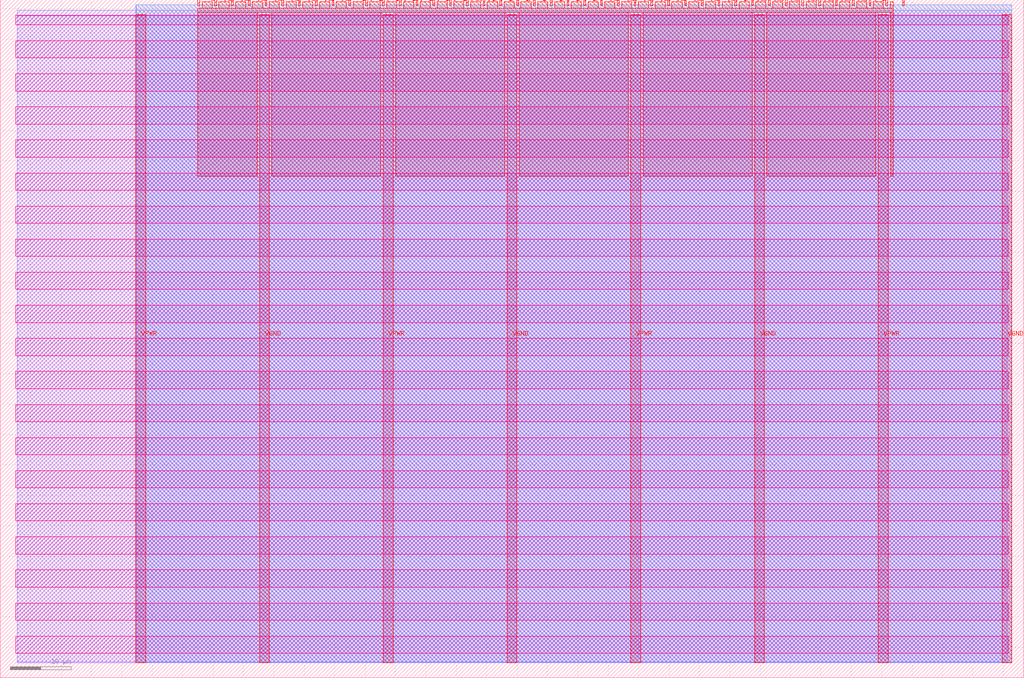
<source format=lef>
VERSION 5.7 ;
  NOWIREEXTENSIONATPIN ON ;
  DIVIDERCHAR "/" ;
  BUSBITCHARS "[]" ;
MACRO tt_um_hadirkhan10_lif_neuron
  CLASS BLOCK ;
  FOREIGN tt_um_hadirkhan10_lif_neuron ;
  ORIGIN 0.000 0.000 ;
  SIZE 168.360 BY 111.520 ;
  PIN VGND
    DIRECTION INOUT ;
    USE GROUND ;
    PORT
      LAYER met4 ;
        RECT 42.670 2.480 44.270 109.040 ;
    END
    PORT
      LAYER met4 ;
        RECT 83.380 2.480 84.980 109.040 ;
    END
    PORT
      LAYER met4 ;
        RECT 124.090 2.480 125.690 109.040 ;
    END
    PORT
      LAYER met4 ;
        RECT 164.800 2.480 166.400 109.040 ;
    END
  END VGND
  PIN VPWR
    DIRECTION INOUT ;
    USE POWER ;
    PORT
      LAYER met4 ;
        RECT 22.315 2.480 23.915 109.040 ;
    END
    PORT
      LAYER met4 ;
        RECT 63.025 2.480 64.625 109.040 ;
    END
    PORT
      LAYER met4 ;
        RECT 103.735 2.480 105.335 109.040 ;
    END
    PORT
      LAYER met4 ;
        RECT 144.445 2.480 146.045 109.040 ;
    END
  END VPWR
  PIN clk
    DIRECTION INPUT ;
    USE SIGNAL ;
    ANTENNAGATEAREA 0.852000 ;
    PORT
      LAYER met4 ;
        RECT 145.670 110.520 145.970 111.520 ;
    END
  END clk
  PIN ena
    DIRECTION INPUT ;
    USE SIGNAL ;
    PORT
      LAYER met4 ;
        RECT 148.430 110.520 148.730 111.520 ;
    END
  END ena
  PIN rst_n
    DIRECTION INPUT ;
    USE SIGNAL ;
    ANTENNAGATEAREA 0.213000 ;
    PORT
      LAYER met4 ;
        RECT 142.910 110.520 143.210 111.520 ;
    END
  END rst_n
  PIN ui_in[0]
    DIRECTION INPUT ;
    USE SIGNAL ;
    ANTENNAGATEAREA 0.213000 ;
    PORT
      LAYER met4 ;
        RECT 140.150 110.520 140.450 111.520 ;
    END
  END ui_in[0]
  PIN ui_in[1]
    DIRECTION INPUT ;
    USE SIGNAL ;
    ANTENNAGATEAREA 0.196500 ;
    PORT
      LAYER met4 ;
        RECT 137.390 110.520 137.690 111.520 ;
    END
  END ui_in[1]
  PIN ui_in[2]
    DIRECTION INPUT ;
    USE SIGNAL ;
    ANTENNAGATEAREA 0.196500 ;
    PORT
      LAYER met4 ;
        RECT 134.630 110.520 134.930 111.520 ;
    END
  END ui_in[2]
  PIN ui_in[3]
    DIRECTION INPUT ;
    USE SIGNAL ;
    ANTENNAGATEAREA 0.126000 ;
    PORT
      LAYER met4 ;
        RECT 131.870 110.520 132.170 111.520 ;
    END
  END ui_in[3]
  PIN ui_in[4]
    DIRECTION INPUT ;
    USE SIGNAL ;
    ANTENNAGATEAREA 0.213000 ;
    PORT
      LAYER met4 ;
        RECT 129.110 110.520 129.410 111.520 ;
    END
  END ui_in[4]
  PIN ui_in[5]
    DIRECTION INPUT ;
    USE SIGNAL ;
    ANTENNAGATEAREA 0.213000 ;
    PORT
      LAYER met4 ;
        RECT 126.350 110.520 126.650 111.520 ;
    END
  END ui_in[5]
  PIN ui_in[6]
    DIRECTION INPUT ;
    USE SIGNAL ;
    ANTENNAGATEAREA 0.213000 ;
    PORT
      LAYER met4 ;
        RECT 123.590 110.520 123.890 111.520 ;
    END
  END ui_in[6]
  PIN ui_in[7]
    DIRECTION INPUT ;
    USE SIGNAL ;
    ANTENNAGATEAREA 0.126000 ;
    PORT
      LAYER met4 ;
        RECT 120.830 110.520 121.130 111.520 ;
    END
  END ui_in[7]
  PIN uio_in[0]
    DIRECTION INPUT ;
    USE SIGNAL ;
    PORT
      LAYER met4 ;
        RECT 118.070 110.520 118.370 111.520 ;
    END
  END uio_in[0]
  PIN uio_in[1]
    DIRECTION INPUT ;
    USE SIGNAL ;
    ANTENNAGATEAREA 0.196500 ;
    PORT
      LAYER met4 ;
        RECT 115.310 110.520 115.610 111.520 ;
    END
  END uio_in[1]
  PIN uio_in[2]
    DIRECTION INPUT ;
    USE SIGNAL ;
    ANTENNAGATEAREA 0.196500 ;
    PORT
      LAYER met4 ;
        RECT 112.550 110.520 112.850 111.520 ;
    END
  END uio_in[2]
  PIN uio_in[3]
    DIRECTION INPUT ;
    USE SIGNAL ;
    ANTENNAGATEAREA 0.196500 ;
    PORT
      LAYER met4 ;
        RECT 109.790 110.520 110.090 111.520 ;
    END
  END uio_in[3]
  PIN uio_in[4]
    DIRECTION INPUT ;
    USE SIGNAL ;
    ANTENNAGATEAREA 0.196500 ;
    PORT
      LAYER met4 ;
        RECT 107.030 110.520 107.330 111.520 ;
    END
  END uio_in[4]
  PIN uio_in[5]
    DIRECTION INPUT ;
    USE SIGNAL ;
    ANTENNAGATEAREA 0.196500 ;
    PORT
      LAYER met4 ;
        RECT 104.270 110.520 104.570 111.520 ;
    END
  END uio_in[5]
  PIN uio_in[6]
    DIRECTION INPUT ;
    USE SIGNAL ;
    ANTENNAGATEAREA 0.196500 ;
    PORT
      LAYER met4 ;
        RECT 101.510 110.520 101.810 111.520 ;
    END
  END uio_in[6]
  PIN uio_in[7]
    DIRECTION INPUT ;
    USE SIGNAL ;
    ANTENNAGATEAREA 0.196500 ;
    PORT
      LAYER met4 ;
        RECT 98.750 110.520 99.050 111.520 ;
    END
  END uio_in[7]
  PIN uio_oe[0]
    DIRECTION OUTPUT TRISTATE ;
    USE SIGNAL ;
    PORT
      LAYER met4 ;
        RECT 51.830 110.520 52.130 111.520 ;
    END
  END uio_oe[0]
  PIN uio_oe[1]
    DIRECTION OUTPUT TRISTATE ;
    USE SIGNAL ;
    PORT
      LAYER met4 ;
        RECT 49.070 110.520 49.370 111.520 ;
    END
  END uio_oe[1]
  PIN uio_oe[2]
    DIRECTION OUTPUT TRISTATE ;
    USE SIGNAL ;
    PORT
      LAYER met4 ;
        RECT 46.310 110.520 46.610 111.520 ;
    END
  END uio_oe[2]
  PIN uio_oe[3]
    DIRECTION OUTPUT TRISTATE ;
    USE SIGNAL ;
    PORT
      LAYER met4 ;
        RECT 43.550 110.520 43.850 111.520 ;
    END
  END uio_oe[3]
  PIN uio_oe[4]
    DIRECTION OUTPUT TRISTATE ;
    USE SIGNAL ;
    PORT
      LAYER met4 ;
        RECT 40.790 110.520 41.090 111.520 ;
    END
  END uio_oe[4]
  PIN uio_oe[5]
    DIRECTION OUTPUT TRISTATE ;
    USE SIGNAL ;
    PORT
      LAYER met4 ;
        RECT 38.030 110.520 38.330 111.520 ;
    END
  END uio_oe[5]
  PIN uio_oe[6]
    DIRECTION OUTPUT TRISTATE ;
    USE SIGNAL ;
    PORT
      LAYER met4 ;
        RECT 35.270 110.520 35.570 111.520 ;
    END
  END uio_oe[6]
  PIN uio_oe[7]
    DIRECTION OUTPUT TRISTATE ;
    USE SIGNAL ;
    PORT
      LAYER met4 ;
        RECT 32.510 110.520 32.810 111.520 ;
    END
  END uio_oe[7]
  PIN uio_out[0]
    DIRECTION OUTPUT TRISTATE ;
    USE SIGNAL ;
    ANTENNADIFFAREA 0.795200 ;
    PORT
      LAYER met4 ;
        RECT 73.910 110.520 74.210 111.520 ;
    END
  END uio_out[0]
  PIN uio_out[1]
    DIRECTION OUTPUT TRISTATE ;
    USE SIGNAL ;
    PORT
      LAYER met4 ;
        RECT 71.150 110.520 71.450 111.520 ;
    END
  END uio_out[1]
  PIN uio_out[2]
    DIRECTION OUTPUT TRISTATE ;
    USE SIGNAL ;
    PORT
      LAYER met4 ;
        RECT 68.390 110.520 68.690 111.520 ;
    END
  END uio_out[2]
  PIN uio_out[3]
    DIRECTION OUTPUT TRISTATE ;
    USE SIGNAL ;
    PORT
      LAYER met4 ;
        RECT 65.630 110.520 65.930 111.520 ;
    END
  END uio_out[3]
  PIN uio_out[4]
    DIRECTION OUTPUT TRISTATE ;
    USE SIGNAL ;
    PORT
      LAYER met4 ;
        RECT 62.870 110.520 63.170 111.520 ;
    END
  END uio_out[4]
  PIN uio_out[5]
    DIRECTION OUTPUT TRISTATE ;
    USE SIGNAL ;
    PORT
      LAYER met4 ;
        RECT 60.110 110.520 60.410 111.520 ;
    END
  END uio_out[5]
  PIN uio_out[6]
    DIRECTION OUTPUT TRISTATE ;
    USE SIGNAL ;
    PORT
      LAYER met4 ;
        RECT 57.350 110.520 57.650 111.520 ;
    END
  END uio_out[6]
  PIN uio_out[7]
    DIRECTION OUTPUT TRISTATE ;
    USE SIGNAL ;
    PORT
      LAYER met4 ;
        RECT 54.590 110.520 54.890 111.520 ;
    END
  END uio_out[7]
  PIN uo_out[0]
    DIRECTION OUTPUT TRISTATE ;
    USE SIGNAL ;
    ANTENNAGATEAREA 0.499500 ;
    ANTENNADIFFAREA 0.891000 ;
    PORT
      LAYER met4 ;
        RECT 95.990 110.520 96.290 111.520 ;
    END
  END uo_out[0]
  PIN uo_out[1]
    DIRECTION OUTPUT TRISTATE ;
    USE SIGNAL ;
    ANTENNAGATEAREA 0.873000 ;
    ANTENNADIFFAREA 0.891000 ;
    PORT
      LAYER met4 ;
        RECT 93.230 110.520 93.530 111.520 ;
    END
  END uo_out[1]
  PIN uo_out[2]
    DIRECTION OUTPUT TRISTATE ;
    USE SIGNAL ;
    ANTENNAGATEAREA 0.999000 ;
    ANTENNADIFFAREA 0.891000 ;
    PORT
      LAYER met4 ;
        RECT 90.470 110.520 90.770 111.520 ;
    END
  END uo_out[2]
  PIN uo_out[3]
    DIRECTION OUTPUT TRISTATE ;
    USE SIGNAL ;
    ANTENNAGATEAREA 0.999000 ;
    ANTENNADIFFAREA 0.891000 ;
    PORT
      LAYER met4 ;
        RECT 87.710 110.520 88.010 111.520 ;
    END
  END uo_out[3]
  PIN uo_out[4]
    DIRECTION OUTPUT TRISTATE ;
    USE SIGNAL ;
    ANTENNAGATEAREA 0.873000 ;
    ANTENNADIFFAREA 0.891000 ;
    PORT
      LAYER met4 ;
        RECT 84.950 110.520 85.250 111.520 ;
    END
  END uo_out[4]
  PIN uo_out[5]
    DIRECTION OUTPUT TRISTATE ;
    USE SIGNAL ;
    ANTENNAGATEAREA 0.873000 ;
    ANTENNADIFFAREA 0.891000 ;
    PORT
      LAYER met4 ;
        RECT 82.190 110.520 82.490 111.520 ;
    END
  END uo_out[5]
  PIN uo_out[6]
    DIRECTION OUTPUT TRISTATE ;
    USE SIGNAL ;
    ANTENNAGATEAREA 0.873000 ;
    ANTENNADIFFAREA 0.891000 ;
    PORT
      LAYER met4 ;
        RECT 79.430 110.520 79.730 111.520 ;
    END
  END uo_out[6]
  PIN uo_out[7]
    DIRECTION OUTPUT TRISTATE ;
    USE SIGNAL ;
    ANTENNAGATEAREA 0.747000 ;
    ANTENNADIFFAREA 0.891000 ;
    PORT
      LAYER met4 ;
        RECT 76.670 110.520 76.970 111.520 ;
    END
  END uo_out[7]
  OBS
      LAYER nwell ;
        RECT 2.570 107.385 165.790 108.990 ;
        RECT 2.570 101.945 165.790 104.775 ;
        RECT 2.570 96.505 165.790 99.335 ;
        RECT 2.570 91.065 165.790 93.895 ;
        RECT 2.570 85.625 165.790 88.455 ;
        RECT 2.570 80.185 165.790 83.015 ;
        RECT 2.570 74.745 165.790 77.575 ;
        RECT 2.570 69.305 165.790 72.135 ;
        RECT 2.570 63.865 165.790 66.695 ;
        RECT 2.570 58.425 165.790 61.255 ;
        RECT 2.570 52.985 165.790 55.815 ;
        RECT 2.570 47.545 165.790 50.375 ;
        RECT 2.570 42.105 165.790 44.935 ;
        RECT 2.570 36.665 165.790 39.495 ;
        RECT 2.570 31.225 165.790 34.055 ;
        RECT 2.570 25.785 165.790 28.615 ;
        RECT 2.570 20.345 165.790 23.175 ;
        RECT 2.570 14.905 165.790 17.735 ;
        RECT 2.570 9.465 165.790 12.295 ;
        RECT 2.570 4.025 165.790 6.855 ;
      LAYER li1 ;
        RECT 2.760 2.635 165.600 108.885 ;
      LAYER met1 ;
        RECT 2.760 2.480 166.400 109.780 ;
      LAYER met2 ;
        RECT 22.345 2.535 166.370 110.685 ;
      LAYER met3 ;
        RECT 22.325 2.555 166.390 110.665 ;
      LAYER met4 ;
        RECT 33.210 110.120 34.870 111.170 ;
        RECT 35.970 110.120 37.630 111.170 ;
        RECT 38.730 110.120 40.390 111.170 ;
        RECT 41.490 110.120 43.150 111.170 ;
        RECT 44.250 110.120 45.910 111.170 ;
        RECT 47.010 110.120 48.670 111.170 ;
        RECT 49.770 110.120 51.430 111.170 ;
        RECT 52.530 110.120 54.190 111.170 ;
        RECT 55.290 110.120 56.950 111.170 ;
        RECT 58.050 110.120 59.710 111.170 ;
        RECT 60.810 110.120 62.470 111.170 ;
        RECT 63.570 110.120 65.230 111.170 ;
        RECT 66.330 110.120 67.990 111.170 ;
        RECT 69.090 110.120 70.750 111.170 ;
        RECT 71.850 110.120 73.510 111.170 ;
        RECT 74.610 110.120 76.270 111.170 ;
        RECT 77.370 110.120 79.030 111.170 ;
        RECT 80.130 110.120 81.790 111.170 ;
        RECT 82.890 110.120 84.550 111.170 ;
        RECT 85.650 110.120 87.310 111.170 ;
        RECT 88.410 110.120 90.070 111.170 ;
        RECT 91.170 110.120 92.830 111.170 ;
        RECT 93.930 110.120 95.590 111.170 ;
        RECT 96.690 110.120 98.350 111.170 ;
        RECT 99.450 110.120 101.110 111.170 ;
        RECT 102.210 110.120 103.870 111.170 ;
        RECT 104.970 110.120 106.630 111.170 ;
        RECT 107.730 110.120 109.390 111.170 ;
        RECT 110.490 110.120 112.150 111.170 ;
        RECT 113.250 110.120 114.910 111.170 ;
        RECT 116.010 110.120 117.670 111.170 ;
        RECT 118.770 110.120 120.430 111.170 ;
        RECT 121.530 110.120 123.190 111.170 ;
        RECT 124.290 110.120 125.950 111.170 ;
        RECT 127.050 110.120 128.710 111.170 ;
        RECT 129.810 110.120 131.470 111.170 ;
        RECT 132.570 110.120 134.230 111.170 ;
        RECT 135.330 110.120 136.990 111.170 ;
        RECT 138.090 110.120 139.750 111.170 ;
        RECT 140.850 110.120 142.510 111.170 ;
        RECT 143.610 110.120 145.270 111.170 ;
        RECT 146.370 110.120 146.905 111.170 ;
        RECT 32.495 109.440 146.905 110.120 ;
        RECT 32.495 82.455 42.270 109.440 ;
        RECT 44.670 82.455 62.625 109.440 ;
        RECT 65.025 82.455 82.980 109.440 ;
        RECT 85.380 82.455 103.335 109.440 ;
        RECT 105.735 82.455 123.690 109.440 ;
        RECT 126.090 82.455 144.045 109.440 ;
        RECT 146.445 82.455 146.905 109.440 ;
  END
END tt_um_hadirkhan10_lif_neuron
END LIBRARY


</source>
